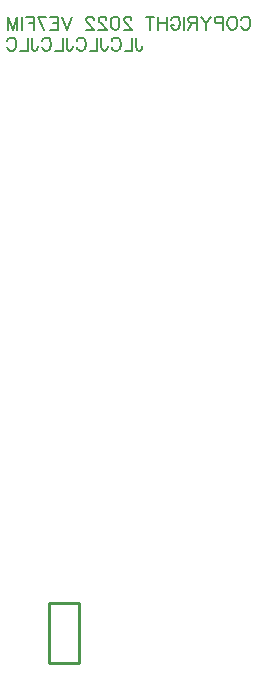
<source format=gbo>
G04 Layer: BottomSilkscreenLayer*
G04 EasyEDA v6.5.32, 2023-07-25 14:04:49*
G04 8272ca0991b848eeaebf2c144ff7441f,5a6b42c53f6a479593ecc07194224c93,10*
G04 Gerber Generator version 0.2*
G04 Scale: 100 percent, Rotated: No, Reflected: No *
G04 Dimensions in millimeters *
G04 leading zeros omitted , absolute positions ,4 integer and 5 decimal *
%FSLAX45Y45*%
%MOMM*%

%ADD10C,0.1520*%
%ADD11C,0.1524*%
%ADD12C,0.2540*%

%LPD*%
D10*
X1878444Y5423938D02*
G01*
X1878444Y5340812D01*
X1883641Y5325224D01*
X1888835Y5320029D01*
X1899226Y5314835D01*
X1909617Y5314835D01*
X1920008Y5320029D01*
X1925205Y5325224D01*
X1930400Y5340812D01*
X1930400Y5351203D01*
X1844154Y5423938D02*
G01*
X1844154Y5314835D01*
X1844154Y5314835D02*
G01*
X1781810Y5314835D01*
X1669587Y5397962D02*
G01*
X1674784Y5408353D01*
X1685175Y5418744D01*
X1695564Y5423938D01*
X1716346Y5423938D01*
X1726737Y5418744D01*
X1737128Y5408353D01*
X1742325Y5397962D01*
X1747520Y5382374D01*
X1747520Y5356397D01*
X1742325Y5340812D01*
X1737128Y5330421D01*
X1726737Y5320029D01*
X1716346Y5314835D01*
X1695564Y5314835D01*
X1685175Y5320029D01*
X1674784Y5330421D01*
X1669587Y5340812D01*
X1583344Y5423938D02*
G01*
X1583344Y5340812D01*
X1588538Y5325224D01*
X1593735Y5320029D01*
X1604124Y5314835D01*
X1614515Y5314835D01*
X1624906Y5320029D01*
X1630103Y5325224D01*
X1635297Y5340812D01*
X1635297Y5351203D01*
X1549054Y5423938D02*
G01*
X1549054Y5314835D01*
X1549054Y5314835D02*
G01*
X1486707Y5314835D01*
X1374485Y5397962D02*
G01*
X1379682Y5408353D01*
X1390073Y5418744D01*
X1400464Y5423938D01*
X1421244Y5423938D01*
X1431635Y5418744D01*
X1442026Y5408353D01*
X1447223Y5397962D01*
X1452417Y5382374D01*
X1452417Y5356397D01*
X1447223Y5340812D01*
X1442026Y5330421D01*
X1431635Y5320029D01*
X1421244Y5314835D01*
X1400464Y5314835D01*
X1390073Y5320029D01*
X1379682Y5330421D01*
X1374485Y5340812D01*
X1288242Y5423938D02*
G01*
X1288242Y5340812D01*
X1293436Y5325224D01*
X1298633Y5320029D01*
X1309024Y5314835D01*
X1319415Y5314835D01*
X1329804Y5320029D01*
X1335001Y5325224D01*
X1340195Y5340812D01*
X1340195Y5351203D01*
X1253952Y5423938D02*
G01*
X1253952Y5314835D01*
X1253952Y5314835D02*
G01*
X1191605Y5314835D01*
X1079385Y5397962D02*
G01*
X1084579Y5408353D01*
X1094971Y5418744D01*
X1105362Y5423938D01*
X1126144Y5423938D01*
X1136535Y5418744D01*
X1146924Y5408353D01*
X1152121Y5397962D01*
X1157315Y5382374D01*
X1157315Y5356397D01*
X1152121Y5340812D01*
X1146924Y5330421D01*
X1136535Y5320029D01*
X1126144Y5314835D01*
X1105362Y5314835D01*
X1094971Y5320029D01*
X1084579Y5330421D01*
X1079385Y5340812D01*
X993139Y5423938D02*
G01*
X993139Y5340812D01*
X998334Y5325224D01*
X1003531Y5320029D01*
X1013922Y5314835D01*
X1024313Y5314835D01*
X1034704Y5320029D01*
X1039898Y5325224D01*
X1045095Y5340812D01*
X1045095Y5351203D01*
X958850Y5423938D02*
G01*
X958850Y5314835D01*
X958850Y5314835D02*
G01*
X896505Y5314835D01*
X784283Y5397962D02*
G01*
X789477Y5408353D01*
X799868Y5418744D01*
X810260Y5423938D01*
X831042Y5423938D01*
X841433Y5418744D01*
X851824Y5408353D01*
X857018Y5397962D01*
X862215Y5382374D01*
X862215Y5356397D01*
X857018Y5340812D01*
X851824Y5330421D01*
X841433Y5320029D01*
X831042Y5314835D01*
X810260Y5314835D01*
X799868Y5320029D01*
X789477Y5330421D01*
X784283Y5340812D01*
D11*
X2766822Y5575807D02*
G01*
X2772156Y5586221D01*
X2782570Y5596636D01*
X2792729Y5601715D01*
X2813558Y5601715D01*
X2823972Y5596636D01*
X2834386Y5586221D01*
X2839720Y5575807D01*
X2844800Y5560060D01*
X2844800Y5534152D01*
X2839720Y5518657D01*
X2834386Y5508244D01*
X2823972Y5497829D01*
X2813558Y5492750D01*
X2792729Y5492750D01*
X2782570Y5497829D01*
X2772156Y5508244D01*
X2766822Y5518657D01*
X2701290Y5601715D02*
G01*
X2711704Y5596636D01*
X2722118Y5586221D01*
X2727452Y5575807D01*
X2732531Y5560060D01*
X2732531Y5534152D01*
X2727452Y5518657D01*
X2722118Y5508244D01*
X2711704Y5497829D01*
X2701290Y5492750D01*
X2680715Y5492750D01*
X2670302Y5497829D01*
X2659888Y5508244D01*
X2654554Y5518657D01*
X2649474Y5534152D01*
X2649474Y5560060D01*
X2654554Y5575807D01*
X2659888Y5586221D01*
X2670302Y5596636D01*
X2680715Y5601715D01*
X2701290Y5601715D01*
X2615184Y5601715D02*
G01*
X2615184Y5492750D01*
X2615184Y5601715D02*
G01*
X2568447Y5601715D01*
X2552700Y5596636D01*
X2547620Y5591302D01*
X2542540Y5580887D01*
X2542540Y5565394D01*
X2547620Y5554979D01*
X2552700Y5549900D01*
X2568447Y5544565D01*
X2615184Y5544565D01*
X2508250Y5601715D02*
G01*
X2466593Y5549900D01*
X2466593Y5492750D01*
X2424938Y5601715D02*
G01*
X2466593Y5549900D01*
X2390647Y5601715D02*
G01*
X2390647Y5492750D01*
X2390647Y5601715D02*
G01*
X2343911Y5601715D01*
X2328418Y5596636D01*
X2323084Y5591302D01*
X2318004Y5580887D01*
X2318004Y5570473D01*
X2323084Y5560060D01*
X2328418Y5554979D01*
X2343911Y5549900D01*
X2390647Y5549900D01*
X2354325Y5549900D02*
G01*
X2318004Y5492750D01*
X2283713Y5601715D02*
G01*
X2283713Y5492750D01*
X2171445Y5575807D02*
G01*
X2176779Y5586221D01*
X2186940Y5596636D01*
X2197354Y5601715D01*
X2218181Y5601715D01*
X2228595Y5596636D01*
X2239009Y5586221D01*
X2244090Y5575807D01*
X2249424Y5560060D01*
X2249424Y5534152D01*
X2244090Y5518657D01*
X2239009Y5508244D01*
X2228595Y5497829D01*
X2218181Y5492750D01*
X2197354Y5492750D01*
X2186940Y5497829D01*
X2176779Y5508244D01*
X2171445Y5518657D01*
X2171445Y5534152D01*
X2197354Y5534152D02*
G01*
X2171445Y5534152D01*
X2137156Y5601715D02*
G01*
X2137156Y5492750D01*
X2064511Y5601715D02*
G01*
X2064511Y5492750D01*
X2137156Y5549900D02*
G01*
X2064511Y5549900D01*
X1993900Y5601715D02*
G01*
X1993900Y5492750D01*
X2030222Y5601715D02*
G01*
X1957324Y5601715D01*
X1837944Y5575807D02*
G01*
X1837944Y5580887D01*
X1832610Y5591302D01*
X1827529Y5596636D01*
X1817115Y5601715D01*
X1796287Y5601715D01*
X1785873Y5596636D01*
X1780794Y5591302D01*
X1775460Y5580887D01*
X1775460Y5570473D01*
X1780794Y5560060D01*
X1791207Y5544565D01*
X1843023Y5492750D01*
X1770379Y5492750D01*
X1704847Y5601715D02*
G01*
X1720595Y5596636D01*
X1731010Y5580887D01*
X1736089Y5554979D01*
X1736089Y5539486D01*
X1731010Y5513323D01*
X1720595Y5497829D01*
X1704847Y5492750D01*
X1694434Y5492750D01*
X1678939Y5497829D01*
X1668526Y5513323D01*
X1663445Y5539486D01*
X1663445Y5554979D01*
X1668526Y5580887D01*
X1678939Y5596636D01*
X1694434Y5601715D01*
X1704847Y5601715D01*
X1623821Y5575807D02*
G01*
X1623821Y5580887D01*
X1618742Y5591302D01*
X1613407Y5596636D01*
X1602994Y5601715D01*
X1582420Y5601715D01*
X1572005Y5596636D01*
X1566671Y5591302D01*
X1561592Y5580887D01*
X1561592Y5570473D01*
X1566671Y5560060D01*
X1577086Y5544565D01*
X1629155Y5492750D01*
X1556257Y5492750D01*
X1516887Y5575807D02*
G01*
X1516887Y5580887D01*
X1511554Y5591302D01*
X1506473Y5596636D01*
X1496060Y5601715D01*
X1475231Y5601715D01*
X1464818Y5596636D01*
X1459737Y5591302D01*
X1454404Y5580887D01*
X1454404Y5570473D01*
X1459737Y5560060D01*
X1470152Y5544565D01*
X1521968Y5492750D01*
X1449323Y5492750D01*
X1335023Y5601715D02*
G01*
X1293368Y5492750D01*
X1251965Y5601715D02*
G01*
X1293368Y5492750D01*
X1217676Y5601715D02*
G01*
X1217676Y5492750D01*
X1217676Y5601715D02*
G01*
X1150112Y5601715D01*
X1217676Y5549900D02*
G01*
X1176020Y5549900D01*
X1217676Y5492750D02*
G01*
X1150112Y5492750D01*
X1042923Y5601715D02*
G01*
X1094994Y5492750D01*
X1115821Y5601715D02*
G01*
X1042923Y5601715D01*
X1008634Y5601715D02*
G01*
X1008634Y5492750D01*
X1008634Y5601715D02*
G01*
X941070Y5601715D01*
X1008634Y5549900D02*
G01*
X967231Y5549900D01*
X906779Y5601715D02*
G01*
X906779Y5492750D01*
X872489Y5601715D02*
G01*
X872489Y5492750D01*
X872489Y5601715D02*
G01*
X831087Y5492750D01*
X789431Y5601715D02*
G01*
X831087Y5492750D01*
X789431Y5601715D02*
G01*
X789431Y5492750D01*
D12*
X1143000Y635000D02*
G01*
X1397000Y635000D01*
X1397000Y127000D01*
X1143000Y127000D01*
X1143000Y635000D01*
M02*

</source>
